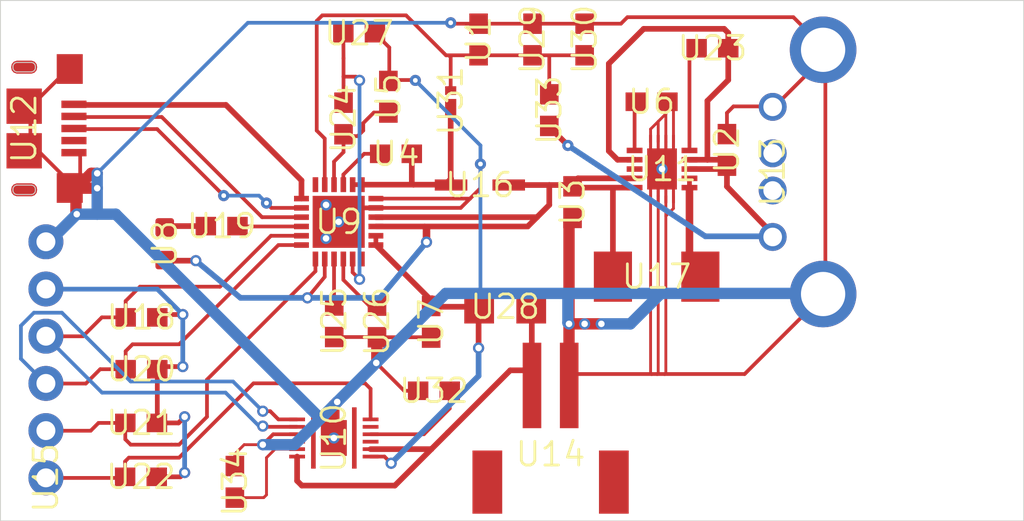
<source format=kicad_pcb>
(kicad_pcb (version 20221018) (generator pcbnew)
  (layers (0 "F.Cu" signal "Top") (31 "B.Cu" signal "Bottom") (34 "B.Paste" user) (35 "F.Paste" user) (36 "B.SilkS" user "B.Silkscreen") (37 "F.SilkS" user "F.Silkscreen") (38 "B.Mask" user) (39 "F.Mask" user) (44 "Edge.Cuts" user))
  (net 0 "")
  (net 1 "GND")
  (net 2 "3.3V")
  (net 3 "5V")
  (net 4 "Net-(IC1-Pad24)")
  (net 5 "Net-(C4-Pad1)")
  (net 6 "/REG")
  (net 7 "Net-(C3-Pad2)")
  (net 8 "Net-(C3-Pad1)")
  (net 9 "/VBAT_MAIN")
  (net 10 "/VBAT_CELL")
  (net 11 "Net-(IC1-Pad12)")
  (net 12 "Net-(IC1-Pad11)")
  (net 13 "Net-(IC1-Pad10)")
  (net 14 "Net-(IC1-Pad9)")
  (net 15 "/CHG_INT")
  (net 16 "/SDA")
  (net 17 "/SCL")
  (net 18 "Net-(IC1-Pad4)")
  (net 19 "Net-(IC1-Pad3)")
  (net 20 "Net-(IC1-Pad2)")
  (net 21 "Net-(IC1-Pad1)")
  (net 22 "/FUEL_INT")
  (net 23 "Net-(IC2-Pad11)")
  (net 24 "Net-(IC2-Pad10)")
  (net 25 "Net-(IC2-Pad9)")
  (net 26 "Net-(IC2-Pad6)")
  (net 27 "Net-(C10-Pad1)")
  (net 28 "Net-(IC2-Pad4)")
  (net 29 "Net-(J1-PadID)")
  (net 30 "Net-(J2-Pad3)")
  (net 31 "Net-(J2-Pad2)")
  (net 32 "Net-(J3-PadNC2)")
  (net 33 "Net-(J3-PadNC1)")
  (net 34 "Net-(D2-PadC)")
  (net 35 "Net-(IC3-Pad8)")
  (net 36 "Net-(C7-Pad1)")
  (net 37 "Net-(IC3-Pad5)")
  (net 38 "Net-(IC3-Pad1)")
  (footprint "batteryCharger:0603" (layer "F.Cu") (at 160.0511 99.0436 90)
    (fp_text reference "U2")
    (fp_text value "")
  )
  (footprint "batteryCharger:0603" (layer "F.Cu") (at 151.7511 101.8536 -90)
    (fp_text reference "U3")
    (fp_text value "")
  )
  (footprint "batteryCharger:0603" (layer "F.Cu") (at 142.2611 99.2536 180)
    (fp_text reference "U4")
    (fp_text value "")
  )
  (footprint "batteryCharger:0603" (layer "F.Cu") (at 141.8511 96.1836 90)
    (fp_text reference "U5")
    (fp_text value "")
  )
  (footprint "batteryCharger:0603" (layer "F.Cu") (at 156.0011 96.4536)
    (fp_text reference "U6")
    (fp_text value "")
  )
  (footprint "batteryCharger:0603" (layer "F.Cu") (at 144.1511 108.2936 -90)
    (fp_text reference "U7")
    (fp_text value "")
  )
  (footprint "batteryCharger:LED-0603" (layer "F.Cu") (at 129.8311 104.0936 90)
    (fp_text reference "U8")
    (fp_text value "")
  )
  (footprint "batteryCharger:QFN50P400X400X100-25N" (layer "F.Cu") (at 139.1811 102.9136)
    (fp_text reference "U9")
    (fp_text value "")
  )
  (footprint "batteryCharger:BQ27441DRZRG1A" (layer "F.Cu") (at 138.9211 114.5436 -90)
    (fp_text reference "U10")
    (fp_text value "")
  )
  (footprint "batteryCharger:SON50P300X300X100-11N" (layer "F.Cu") (at 156.5611 100.0736 180)
    (fp_text reference "U11")
    (fp_text value "")
  )
  (footprint "batteryCharger:10118193-0001LF" (layer "F.Cu") (at 123.5456 97.8916 -90)
    (fp_text reference "U12")
    (fp_text value "")
    (fp_line (start -3.55 1.67) (end -3.55 0.87) (stroke (width 0.05)) (layer "Edge.Cuts"))
    (fp_line (start -3.05 0.87) (end -3.05 1.67) (stroke (width 0.05)) (layer "Edge.Cuts"))
    (fp_line (start 3.05 1.67) (end 3.05 0.87) (stroke (width 0.05)) (layer "Edge.Cuts"))
    (fp_line (start 3.55 0.87) (end 3.55 1.67) (stroke (width 0.05)) (layer "Edge.Cuts"))
    (fp_arc (start -3.55 0.87) (mid -3.466421 0.718223) (end -3.3 0.67) (stroke (width 0.05)) (layer "Edge.Cuts"))
    (fp_arc (start -3.3 0.67) (mid -3.133579 0.718223) (end -3.05 0.87) (stroke (width 0.05)) (layer "Edge.Cuts"))
    (fp_arc (start -3.3 1.87) (mid -3.466421 1.821777) (end -3.55 1.67) (stroke (width 0.05)) (layer "Edge.Cuts"))
    (fp_arc (start -3.05 1.67) (mid -3.133579 1.821777) (end -3.3 1.87) (stroke (width 0.05)) (layer "Edge.Cuts"))
    (fp_arc (start 3.05 0.87) (mid 3.133579 0.718223) (end 3.3 0.67) (stroke (width 0.05)) (layer "Edge.Cuts"))
    (fp_arc (start 3.3 0.67) (mid 3.466421 0.718223) (end 3.55 0.87) (stroke (width 0.05)) (layer "Edge.Cuts"))
    (fp_arc (start 3.3 1.87) (mid 3.133579 1.821777) (end 3.05 1.67) (stroke (width 0.05)) (layer "Edge.Cuts"))
    (fp_arc (start 3.55 1.67) (mid 3.466421 1.821777) (end 3.3 1.87) (stroke (width 0.05)) (layer "Edge.Cuts"))
  )
  (footprint "batteryCharger:UE27AC54100" (layer "F.Cu") (at 168.8592 100.2284 90)
    (fp_text reference "U13")
    (fp_text value "")
  )
  (footprint "batteryCharger:JST-2-SMD" (layer "F.Cu") (at 150.5712 114.1476 180)
    (fp_text reference "U14")
    (fp_text value "")
  )
  (footprint "batteryCharger:1X06" (layer "F.Cu") (at 123.444 110.3376 90)
    (fp_text reference "U15")
    (fp_text value "")
  )
  (footprint "batteryCharger:INDPM3630X200N" (layer "F.Cu") (at 146.7711 100.9336)
    (fp_text reference "U16")
    (fp_text value "")
  )
  (footprint "batteryCharger:INDPM5552X200N" (layer "F.Cu") (at 156.2711 105.8636)
    (fp_text reference "U17")
    (fp_text value "")
  )
  (footprint "batteryCharger:0603" (layer "F.Cu") (at 128.5811 108.0536)
    (fp_text reference "U18")
    (fp_text value "")
  )
  (footprint "batteryCharger:0603" (layer "F.Cu") (at 132.8911 103.1436)
    (fp_text reference "U19")
    (fp_text value "")
  )
  (footprint "batteryCharger:0603" (layer "F.Cu") (at 128.5811 110.8436)
    (fp_text reference "U20")
    (fp_text value "")
  )
  (footprint "batteryCharger:0603" (layer "F.Cu") (at 128.5611 113.7336)
    (fp_text reference "U21")
    (fp_text value "")
  )
  (footprint "batteryCharger:0603" (layer "F.Cu") (at 128.5511 116.6336)
    (fp_text reference "U22")
    (fp_text value "")
  )
  (footprint "batteryCharger:0603" (layer "F.Cu") (at 159.2711 93.5736 180)
    (fp_text reference "U23")
    (fp_text value "")
  )
  (footprint "batteryCharger:0603" (layer "F.Cu") (at 139.4411 97.3536 90)
    (fp_text reference "U24")
    (fp_text value "")
  )
  (footprint "batteryCharger:0603" (layer "F.Cu") (at 138.9411 108.2636 90)
    (fp_text reference "U25")
    (fp_text value "")
  )
  (footprint "batteryCharger:0603" (layer "F.Cu") (at 141.2411 108.2736 90)
    (fp_text reference "U26")
    (fp_text value "")
  )
  (footprint "batteryCharger:0603" (layer "F.Cu") (at 140.2811 92.7636 180)
    (fp_text reference "U27")
    (fp_text value "")
  )
  (footprint "batteryCharger:1206" (layer "F.Cu") (at 148.1311 107.4836)
    (fp_text reference "U28")
    (fp_text value "")
  )
  (footprint "batteryCharger:0603" (layer "F.Cu") (at 146.7011 93.1036 90)
    (fp_text reference "U1")
    (fp_text value "")
  )
  (footprint "batteryCharger:0603" (layer "F.Cu") (at 149.6011 93.1036 90)
    (fp_text reference "U29")
    (fp_text value "")
  )
  (footprint "batteryCharger:0603" (layer "F.Cu") (at 152.4011 93.1036 90)
    (fp_text reference "U30")
    (fp_text value "")
  )
  (footprint "batteryCharger:DSN2_1" (layer "F.Cu") (at 145.2011 96.4036 -90)
    (fp_text reference "U31")
    (fp_text value "")
  )
  (footprint "batteryCharger:0603" (layer "F.Cu") (at 144.3011 112.0036)
    (fp_text reference "U32")
    (fp_text value "")
  )
  (footprint "batteryCharger:0603" (layer "F.Cu") (at 150.5011 96.9036 -90)
    (fp_text reference "U33")
    (fp_text value "")
  )
  (footprint "batteryCharger:0603" (layer "F.Cu") (at 133.6011 116.9036 90)
    (fp_text reference "U34")
    (fp_text value "")
  )
  (gr_line (start 121.0011 119.0036) (end 176.0011 119.0036) (stroke (width 0.05)) (layer "Edge.Cuts"))
  (gr_line (start 176.0011 91.0036) (end 121.0011 91.0036) (stroke (width 0.05)) (layer "Edge.Cuts"))
  (gr_line (start 121.0011 91.0036) (end 121.0011 119.0036) (stroke (width 0.05)) (layer "Edge.Cuts"))
  (gr_line (start 176.0011 119.0036) (end 176.0011 91.0036) (stroke (width 0.05)) (layer "Edge.Cuts"))
  (segment (start 152.4011 108.4036) (end 153.3011 108.4036) (width 0.6096) (layer "F.Cu") (net 1))
  (segment (start 141.2311 110.4736) (end 141.2311 109.1136) (width 0.6096) (layer "F.Cu") (net 1))
  (segment (start 141.1811 101.6636) (end 146.2411 101.6636) (width 0.2) (layer "F.Cu") (net 1))
  (segment (start 135.6611 114.3436) (end 135.1011 114.9036) (width 0.2) (layer "F.Cu") (net 1))
  (segment (start 125.0611 102.4636) (end 125.1011 102.5036) (width 0.6096) (layer "F.Cu") (net 1))
  (segment (start 145.7411 102.1636) (end 146.2411 101.6636) (width 0.2) (layer "F.Cu") (net 1))
  (segment (start 125.0611 101.1236) (end 125.0611 102.4636) (width 0.6096) (layer "F.Cu") (net 1))
  (segment (start 156.7661 98.6186) (end 156.7661 97.1036) (width 0.1524) (layer "F.Cu") (net 1))
  (segment (start 151.5611 102.8936) (end 151.7511 102.7036) (width 0.6096) (layer "F.Cu") (net 1))
  (segment (start 156.7661 96.5386) (end 156.8111 96.4936) (width 0.1524) (layer "F.Cu") (net 1))
  (segment (start 141.2011 110.5036) (end 141.2311 110.4736) (width 0.6096) (layer "F.Cu") (net 1))
  (segment (start 126.2011 100.3036) (end 125.8811 100.3036) (width 0.6096) (layer "F.Cu") (net 1))
  (segment (start 136.9461 114.3436) (end 135.6611 114.3436) (width 0.2) (layer "F.Cu") (net 1))
  (segment (start 139.1011 112.6036) (end 138.9211 112.7836) (width 0.6096) (layer "F.Cu") (net 1))
  (segment (start 151.5611 108.4036) (end 152.4011 108.4036) (width 0.6096) (layer "F.Cu") (net 1))
  (segment (start 125.3011 101.1036) (end 125.1911 100.9936) (width 0.6096) (layer "F.Cu") (net 1))
  (segment (start 156.7661 97.1036) (end 156.7661 96.5386) (width 0.1524) (layer "F.Cu") (net 1))
  (segment (start 126.2011 101.1036) (end 125.3011 101.1036) (width 0.6096) (layer "F.Cu") (net 1))
  (segment (start 151.5611 108.4036) (end 151.5611 109.6036) (width 0.6096) (layer "F.Cu") (net 1))
  (segment (start 146.2411 101.6636) (end 146.8011 101.1036) (width 0.2) (layer "F.Cu") (net 1))
  (segment (start 138.9211 112.7836) (end 138.9211 114.5436) (width 0.6096) (layer "F.Cu") (net 1))
  (segment (start 151.5611 108.4036) (end 151.5611 102.8936) (width 0.6096) (layer "F.Cu") (net 1))
  (segment (start 165.3411 93.6236) (end 165.3411 106.7636) (width 0.2) (layer "F.Cu") (net 1))
  (segment (start 125.8811 100.3036) (end 125.0611 101.1236) (width 0.6096) (layer "F.Cu") (net 1))
  (segment (start 141.1811 102.1636) (end 145.7411 102.1636) (width 0.2) (layer "F.Cu") (net 1))
  (segment (start 122.6111 99.1236) (end 122.6111 96.7236) (width 0.2) (layer "F.Cu") (net 1))
  (segment (start 141.9011 95.2836) (end 141.8511 95.3336) (width 0.2) (layer "F.Cu") (net 1))
  (segment (start 123.0611 99.1236) (end 122.6111 99.1236) (width 0.2) (layer "F.Cu") (net 1))
  (segment (start 141.2311 109.1136) (end 141.2411 109.1236) (width 0.2) (layer "F.Cu") (net 1))
  (segment (start 125.0611 101.1236) (end 125.1911 100.9936) (width 0.2) (layer "F.Cu") (net 1))
  (segment (start 122.6111 96.7236) (end 124.6111 94.7236) (width 0.2) (layer "F.Cu") (net 1))
  (segment (start 124.6111 94.7236) (end 125.0611 94.7236) (width 0.2) (layer "F.Cu") (net 1))
  (segment (start 138.9411 109.1136) (end 141.2311 109.1136) (width 0.2) (layer "F.Cu") (net 1))
  (segment (start 141.2411 109.1236) (end 144.1311 109.1236) (width 0.2) (layer "F.Cu") (net 1))
  (segment (start 151.5611 111.6536) (end 151.5611 111.1036) (width 0.2) (layer "F.Cu") (net 1))
  (segment (start 125.2861 100.8986) (end 125.2861 99.2236) (width 0.2) (layer "F.Cu") (net 1))
  (segment (start 151.5611 109.6036) (end 151.5611 111.1036) (width 0.2) (layer "F.Cu") (net 1))
  (segment (start 144.1311 109.1236) (end 144.1511 109.1436) (width 0.2) (layer "F.Cu") (net 1))
  (segment (start 125.1911 100.9936) (end 125.2861 100.8986) (width 0.2) (layer "F.Cu") (net 1))
  (segment (start 125.0611 101.1236) (end 123.0611 99.1236) (width 0.2) (layer "F.Cu") (net 1))
  (segment (start 156.8111 96.4936) (end 156.8511 96.4536) (width 0.2) (layer "F.Cu") (net 1))
  (segment (start 160.4011 96.7036) (end 162.6211 96.7036) (width 0.2) (layer "F.Cu") (net 1))
  (segment (start 165.3411 93.9836) (end 165.3411 93.6236) (width 0.2) (layer "F.Cu") (net 1))
  (segment (start 156.0011 111.1036) (end 151.5611 111.1036) (width 0.2) (layer "F.Cu") (net 1))
  (segment (start 165.3411 106.7636) (end 161.0011 111.1036) (width 0.2) (layer "F.Cu") (net 1))
  (segment (start 160.0511 97.0536) (end 160.4011 96.7036) (width 0.2) (layer "F.Cu") (net 1))
  (segment (start 160.0511 98.1936) (end 160.0511 97.0536) (width 0.2) (layer "F.Cu") (net 1))
  (segment (start 162.6211 96.7036) (end 162.6311 96.6936) (width 0.2) (layer "F.Cu") (net 1))
  (segment (start 162.6311 96.6936) (end 165.3411 93.9836) (width 0.2) (layer "F.Cu") (net 1))
  (segment (start 156.7011 111.1036) (end 156.3011 111.1036) (width 0.2) (layer "F.Cu") (net 1))
  (segment (start 161.0011 111.1036) (end 156.7011 111.1036) (width 0.2) (layer "F.Cu") (net 1))
  (segment (start 156.3011 111.1036) (end 156.0011 111.1036) (width 0.2) (layer "F.Cu") (net 1))
  (segment (start 156.7661 98.6186) (end 156.7661 99.8646) (width 0.1524) (layer "F.Cu") (net 1))
  (segment (start 163.6211 91.9036) (end 154.7011 91.9036) (width 0.2) (layer "F.Cu") (net 1))
  (segment (start 152.4011 92.2536) (end 149.6011 92.2536) (width 0.2) (layer "F.Cu") (net 1))
  (segment (start 156.3561 111.0486) (end 156.3011 111.1036) (width 0.1524) (layer "F.Cu") (net 1))
  (segment (start 156.7661 111.0386) (end 156.7011 111.1036) (width 0.1524) (layer "F.Cu") (net 1))
  (segment (start 157.1761 98.6186) (end 157.1761 96.7786) (width 0.1524) (layer "F.Cu") (net 1))
  (segment (start 155.9461 97.9236) (end 156.3561 97.5136) (width 0.1524) (layer "F.Cu") (net 1))
  (segment (start 157.1761 102.1936) (end 156.7661 102.6036) (width 0.1524) (layer "F.Cu") (net 1))
  (segment (start 139.1811 102.9136) (end 138.5011 102.2336) (width 0.254) (layer "F.Cu") (net 1))
  (segment (start 143.3011 95.3036) (end 143.2811 95.2836) (width 0.2) (layer "F.Cu") (net 1))
  (segment (start 143.4511 112.0036) (end 142.7011 112.0036) (width 0.2) (layer "F.Cu") (net 1))
  (segment (start 157.1761 96.7786) (end 156.8511 96.4536) (width 0.1524) (layer "F.Cu") (net 1))
  (segment (start 155.9461 101.5236) (end 155.9461 111.0486) (width 0.1524) (layer "F.Cu") (net 1))
  (segment (start 141.1811 102.1636) (end 139.4411 102.1636) (width 0.254) (layer "F.Cu") (net 1))
  (segment (start 142.7011 112.0036) (end 141.2011 110.5036) (width 0.2) (layer "F.Cu") (net 1))
  (segment (start 133.6011 115.4036) (end 134.1011 114.9036) (width 0.1524) (layer "F.Cu") (net 1))
  (segment (start 138.5011 102.2336) (end 138.5011 102.0036) (width 0.254) (layer "F.Cu") (net 1))
  (segment (start 141.1311 92.7636) (end 141.9011 93.5336) (width 0.2) (layer "F.Cu") (net 1))
  (segment (start 155.9461 111.0486) (end 156.0011 111.1036) (width 0.1524) (layer "F.Cu") (net 1))
  (segment (start 156.7661 101.5236) (end 156.7661 102.6036) (width 0.1524) (layer "F.Cu") (net 1))
  (segment (start 133.6011 116.0536) (end 133.6011 115.4036) (width 0.1524) (layer "F.Cu") (net 1))
  (segment (start 134.1011 114.9036) (end 135.1011 114.9036) (width 0.1524) (layer "F.Cu") (net 1))
  (segment (start 155.9461 98.6186) (end 155.9461 97.9236) (width 0.1524) (layer "F.Cu") (net 1))
  (segment (start 139.4411 102.1636) (end 139.1811 102.4236) (width 0.254) (layer "F.Cu") (net 1))
  (segment (start 139.1811 102.9136) (end 139.1811 103.1236) (width 0.254) (layer "F.Cu") (net 1))
  (segment (start 156.3561 101.5236) (end 156.3561 100.2746) (width 0.1524) (layer "F.Cu") (net 1))
  (segment (start 156.7661 102.6036) (end 156.7661 111.0386) (width 0.1524) (layer "F.Cu") (net 1))
  (segment (start 139.1811 103.1236) (end 138.5011 103.8036) (width 0.254) (layer "F.Cu") (net 1))
  (segment (start 156.7661 99.8646) (end 156.5611 100.0696) (width 0.1524) (layer "F.Cu") (net 1))
  (segment (start 156.3561 100.2746) (end 156.5611 100.0696) (width 0.1524) (layer "F.Cu") (net 1))
  (segment (start 146.8011 101.1036) (end 146.8011 99.8036) (width 0.2) (layer "F.Cu") (net 1))
  (segment (start 143.2811 95.2836) (end 141.9011 95.2836) (width 0.2) (layer "F.Cu") (net 1))
  (segment (start 156.3561 97.5136) (end 156.7661 97.1036) (width 0.1524) (layer "F.Cu") (net 1))
  (segment (start 141.9011 93.5336) (end 141.9011 95.2836) (width 0.2) (layer "F.Cu") (net 1))
  (segment (start 165.3411 93.6236) (end 163.6211 91.9036) (width 0.2) (layer "F.Cu") (net 1))
  (segment (start 139.1811 102.4236) (end 139.1811 102.9136) (width 0.254) (layer "F.Cu") (net 1))
  (segment (start 156.3561 101.5236) (end 156.3561 111.0486) (width 0.1524) (layer "F.Cu") (net 1))
  (segment (start 156.3561 98.6186) (end 156.3561 97.5136) (width 0.1524) (layer "F.Cu") (net 1))
  (segment (start 157.1761 101.5236) (end 157.1761 102.1936) (width 0.1524) (layer "F.Cu") (net 1))
  (segment (start 149.6011 92.2536) (end 146.7011 92.2536) (width 0.2) (layer "F.Cu") (net 1))
  (segment (start 146.7011 92.2536) (end 145.2511 92.2536) (width 0.2) (layer "F.Cu") (net 1))
  (segment (start 154.3511 92.2536) (end 152.4011 92.2536) (width 0.2) (layer "F.Cu") (net 1))
  (segment (start 145.2511 92.2536) (end 145.2011 92.2036) (width 0.2) (layer "F.Cu") (net 1))
  (segment (start 154.7011 91.9036) (end 154.3511 92.2536) (width 0.2) (layer "F.Cu") (net 1))
  (via (at 139.1011 112.6036) (size 0.604) (drill 0.35) (layers "F.Cu" "B.Cu") (net 1))
  (via (at 153.3011 108.4036) (size 0.604) (drill 0.35) (layers "F.Cu" "B.Cu") (net 1))
  (via (at 135.1011 114.9036) (size 0.604) (drill 0.35) (layers "F.Cu" "B.Cu") (net 1))
  (via (at 152.4011 108.4036) (size 0.604) (drill 0.35) (layers "F.Cu" "B.Cu") (net 1))
  (via (at 141.2011 110.5036) (size 0.604) (drill 0.35) (layers "F.Cu" "B.Cu") (net 1))
  (via (at 126.2011 101.1036) (size 0.604) (drill 0.35) (layers "F.Cu" "B.Cu") (net 1))
  (via (at 151.5611 108.4036) (size 0.604) (drill 0.35) (layers "F.Cu" "B.Cu") (net 1))
  (via (at 125.1011 102.5036) (size 0.604) (drill 0.35) (layers "F.Cu" "B.Cu") (net 1))
  (via (at 126.2011 100.3036) (size 0.604) (drill 0.35) (layers "F.Cu" "B.Cu") (net 1))
  (via (at 145.2011 92.2036) (size 0.6) (drill 0.254) (layers "F.Cu" "B.Cu") (net 1))
  (via (at 138.5011 102.0036) (size 0.604) (drill 0.35) (layers "F.Cu" "B.Cu") (net 1))
  (via (at 138.5011 103.8036) (size 0.604) (drill 0.35) (layers "F.Cu" "B.Cu") (net 1))
  (via (at 146.8011 99.8036) (size 0.6) (drill 0.254) (layers "F.Cu" "B.Cu") (net 1))
  (via (at 143.3011 95.3036) (size 0.6) (drill 0.254) (layers "F.Cu" "B.Cu") (net 1))
  (via (at 138.9211 114.5436) (size 0.604) (drill 0.35) (layers "F.Cu" "B.Cu") (net 1))
  (via (at 156.5611 100.0696) (size 0.604) (drill 0.35) (layers "F.Cu" "B.Cu") (net 1))
  (via (at 139.1811 102.9136) (size 0.604) (drill 0.35) (layers "F.Cu" "B.Cu") (net 1))
  (segment (start 126.2011 101.1036) (end 126.2011 100.3036) (width 0.6096) (layer "B.Cu") (net 1))
  (segment (start 153.3011 108.4036) (end 154.8611 108.4036) (width 0.6096) (layer "B.Cu") (net 1))
  (segment (start 151.7011 106.7636) (end 146.9011 106.7636) (width 0.6096) (layer "B.Cu") (net 1))
  (segment (start 126.2011 102.5036) (end 126.2011 101.1036) (width 0.6096) (layer "B.Cu") (net 1))
  (segment (start 156.5011 106.7636) (end 151.7011 106.7636) (width 0.6096) (layer "B.Cu") (net 1))
  (segment (start 165.3411 106.7636) (end 156.5011 106.7636) (width 0.6096) (layer "B.Cu") (net 1))
  (segment (start 151.7011 106.7636) (end 151.5011 106.9636) (width 0.6096) (layer "B.Cu") (net 1))
  (segment (start 125.1011 102.5036) (end 123.6111 103.9936) (width 0.6096) (layer "B.Cu") (net 1))
  (segment (start 136.8011 114.9036) (end 138.2011 113.5036) (width 0.6096) (layer "B.Cu") (net 1))
  (segment (start 123.6111 103.9936) (end 123.4311 103.9936) (width 0.6096) (layer "B.Cu") (net 1))
  (segment (start 151.5011 108.3436) (end 151.5611 108.4036) (width 0.6096) (layer "B.Cu") (net 1))
  (segment (start 154.8611 108.4036) (end 156.5011 106.7636) (width 0.6096) (layer "B.Cu") (net 1))
  (segment (start 141.2011 110.5036) (end 139.1011 112.6036) (width 0.6096) (layer "B.Cu") (net 1))
  (segment (start 126.2011 102.5036) (end 127.2011 102.5036) (width 0.6096) (layer "B.Cu") (net 1))
  (segment (start 146.9011 106.7636) (end 144.9411 106.7636) (width 0.6096) (layer "B.Cu") (net 1))
  (segment (start 138.2011 113.5036) (end 139.1011 112.6036) (width 0.6096) (layer "B.Cu") (net 1))
  (segment (start 125.1011 102.5036) (end 126.2011 102.5036) (width 0.6096) (layer "B.Cu") (net 1))
  (segment (start 151.5011 106.9636) (end 151.5011 108.3436) (width 0.6096) (layer "B.Cu") (net 1))
  (segment (start 144.9411 106.7636) (end 141.2011 110.5036) (width 0.6096) (layer "B.Cu") (net 1))
  (segment (start 135.1011 114.9036) (end 136.8011 114.9036) (width 0.6096) (layer "B.Cu") (net 1))
  (segment (start 127.2011 102.5036) (end 138.2011 113.5036) (width 0.6096) (layer "B.Cu") (net 1))
  (segment (start 146.8011 98.8036) (end 143.3011 95.3036) (width 0.2) (layer "B.Cu") (net 1))
  (segment (start 145.2011 92.2036) (end 134.3011 92.2036) (width 0.2) (layer "B.Cu") (net 1))
  (segment (start 134.3011 92.2036) (end 126.2011 100.3036) (width 0.2) (layer "B.Cu") (net 1))
  (segment (start 146.8011 106.6636) (end 146.9011 106.7636) (width 0.2) (layer "B.Cu") (net 1))
  (segment (start 146.8011 99.8036) (end 146.8011 106.6636) (width 0.2) (layer "B.Cu") (net 1))
  (segment (start 146.8011 99.8036) (end 146.8011 98.8036) (width 0.2) (layer "B.Cu") (net 1))
  (segment (start 130.8011 107.9036) (end 129.5811 107.9036) (width 0.254) (layer "F.Cu") (net 2))
  (segment (start 130.9011 116.4036) (end 130.6711 116.6336) (width 0.254) (layer "F.Cu") (net 2))
  (segment (start 129.4311 113.7136) (end 129.4111 113.7336) (width 0.254) (layer "F.Cu") (net 2))
  (segment (start 129.4311 110.8436) (end 129.4311 113.7136) (width 0.254) (layer "F.Cu") (net 2))
  (segment (start 129.4111 113.7336) (end 130.5711 113.7336) (width 0.254) (layer "F.Cu") (net 2))
  (segment (start 130.5711 113.7336) (end 130.9011 113.4036) (width 0.254) (layer "F.Cu") (net 2))
  (segment (start 130.8011 110.7036) (end 129.5711 110.7036) (width 0.254) (layer "F.Cu") (net 2))
  (segment (start 129.5711 110.7036) (end 129.4311 110.8436) (width 0.254) (layer "F.Cu") (net 2))
  (segment (start 130.6711 116.6336) (end 129.4011 116.6336) (width 0.254) (layer "F.Cu") (net 2))
  (segment (start 129.5811 107.9036) (end 129.4311 108.0536) (width 0.254) (layer "F.Cu") (net 2))
  (via (at 130.9011 116.4036) (size 0.604) (drill 0.35) (layers "F.Cu" "B.Cu") (net 2))
  (via (at 130.8011 110.7036) (size 0.604) (drill 0.35) (layers "F.Cu" "B.Cu") (net 2))
  (via (at 130.8011 107.9036) (size 0.604) (drill 0.35) (layers "F.Cu" "B.Cu") (net 2))
  (via (at 130.9011 113.4036) (size 0.604) (drill 0.35) (layers "F.Cu" "B.Cu") (net 2))
  (segment (start 130.8011 107.9036) (end 130.8011 110.7036) (width 0.254) (layer "B.Cu") (net 2))
  (segment (start 129.4311 106.5336) (end 123.4311 106.5336) (width 0.254) (layer "B.Cu") (net 2))
  (segment (start 130.9011 113.4036) (end 130.9011 116.4036) (width 0.254) (layer "B.Cu") (net 2))
  (segment (start 130.8011 107.9036) (end 129.4311 106.5336) (width 0.254) (layer "B.Cu") (net 2))
  (segment (start 155.5741 92.5306) (end 159.9011 92.5306) (width 0.3048) (layer "F.Cu") (net 3))
  (segment (start 160.0511 99.8936) (end 160.0511 101.0136) (width 0.3048) (layer "F.Cu") (net 3))
  (segment (start 159.6311 99.5736) (end 160.0511 99.8936) (width 0.3048) (layer "F.Cu") (net 3))
  (segment (start 151.5011 98.8036) (end 150.5511 97.8536) (width 0.3048) (layer "F.Cu") (net 3))
  (segment (start 159.9011 92.5306) (end 160.1211 92.7506) (width 0.3048) (layer "F.Cu") (net 3))
  (segment (start 160.1211 95.2836) (end 160.1211 93.5736) (width 0.3048) (layer "F.Cu") (net 3))
  (segment (start 150.5511 97.8536) (end 150.5511 97.8036) (width 0.4064) (layer "F.Cu") (net 3))
  (segment (start 159.0011 99.5736) (end 159.6311 99.5736) (width 0.3048) (layer "F.Cu") (net 3))
  (segment (start 159.0011 99.5736) (end 159.0011 96.4036) (width 0.3048) (layer "F.Cu") (net 3))
  (segment (start 159.0011 96.4036) (end 160.1211 95.2836) (width 0.3048) (layer "F.Cu") (net 3))
  (segment (start 159.7711 100.0736) (end 160.0511 99.8936) (width 0.3048) (layer "F.Cu") (net 3))
  (segment (start 153.7011 94.4036) (end 155.5741 92.5306) (width 0.3048) (layer "F.Cu") (net 3))
  (segment (start 155.0861 99.5736) (end 154.1711 99.5736) (width 0.3048) (layer "F.Cu") (net 3))
  (segment (start 160.0511 101.0136) (end 162.6311 103.6936) (width 0.3048) (layer "F.Cu") (net 3))
  (segment (start 154.1711 99.5736) (end 153.7011 99.1036) (width 0.3048) (layer "F.Cu") (net 3))
  (segment (start 153.7011 99.1036) (end 153.7011 94.4036) (width 0.3048) (layer "F.Cu") (net 3))
  (segment (start 158.0361 99.5736) (end 159.0011 99.5736) (width 0.3048) (layer "F.Cu") (net 3))
  (segment (start 160.1211 92.7506) (end 160.1211 93.5736) (width 0.3048) (layer "F.Cu") (net 3))
  (segment (start 150.5511 97.8036) (end 150.5011 97.7536) (width 0.4064) (layer "F.Cu") (net 3))
  (segment (start 158.0361 100.0736) (end 159.7711 100.0736) (width 0.3048) (layer "F.Cu") (net 3))
  (via (at 151.5011 98.8036) (size 0.6) (drill 0.254) (layers "F.Cu" "B.Cu") (net 3))
  (segment (start 158.8911 103.6936) (end 162.6311 103.6936) (width 0.3048) (layer "B.Cu") (net 3))
  (segment (start 151.5011 98.8036) (end 158.8911 103.6936) (width 0.3048) (layer "B.Cu") (net 3))
  (segment (start 150.5011 96.0536) (end 150.5011 93.9536) (width 0.2) (layer "F.Cu") (net 5))
  (segment (start 138.4311 98.4336) (end 138.0011 98.0036) (width 0.2) (layer "F.Cu") (net 5))
  (segment (start 145.2011 95.8536) (end 145.1011 95.7136) (width 0.2) (layer "F.Cu") (net 5))
  (segment (start 146.7011 93.9536) (end 149.6011 93.9536) (width 0.2) (layer "F.Cu") (net 5))
  (segment (start 149.6011 93.9536) (end 150.5011 93.9536) (width 0.2) (layer "F.Cu") (net 5))
  (segment (start 150.5011 93.9536) (end 152.4011 93.9536) (width 0.2) (layer "F.Cu") (net 5))
  (segment (start 138.0011 92.1036) (end 138.3011 91.8036) (width 0.2) (layer "F.Cu") (net 5))
  (segment (start 142.8011 91.8036) (end 144.9511 93.9536) (width 0.2) (layer "F.Cu") (net 5))
  (segment (start 145.1011 93.9536) (end 146.7011 93.9536) (width 0.2) (layer "F.Cu") (net 5))
  (segment (start 145.2011 95.8536) (end 145.2011 94.0536) (width 0.2) (layer "F.Cu") (net 5))
  (segment (start 144.9511 93.9536) (end 145.1011 93.9536) (width 0.2) (layer "F.Cu") (net 5))
  (segment (start 138.0011 98.0036) (end 138.0011 92.1036) (width 0.2) (layer "F.Cu") (net 5))
  (segment (start 138.3011 91.8036) (end 142.8011 91.8036) (width 0.2) (layer "F.Cu") (net 5))
  (segment (start 145.2011 94.0536) (end 145.1011 93.9536) (width 0.2) (layer "F.Cu") (net 5))
  (segment (start 138.4311 100.9136) (end 138.4311 98.4336) (width 0.2) (layer "F.Cu") (net 5))
  (segment (start 139.4411 99.1636) (end 139.4411 98.3036) (width 0.2) (layer "F.Cu") (net 6))
  (segment (start 138.9311 100.9136) (end 138.9311 99.6736) (width 0.2) (layer "F.Cu") (net 6))
  (segment (start 138.9311 99.6736) (end 139.4411 99.1636) (width 0.2) (layer "F.Cu") (net 6))
  (segment (start 140.5011 98.0036) (end 140.2011 98.3036) (width 0.2) (layer "F.Cu") (net 6))
  (segment (start 141.8511 97.0336) (end 141.0711 97.0336) (width 0.2) (layer "F.Cu") (net 6))
  (segment (start 141.0711 97.0336) (end 140.5011 97.6036) (width 0.2) (layer "F.Cu") (net 6))
  (segment (start 140.5011 97.6036) (end 140.5011 98.0036) (width 0.2) (layer "F.Cu") (net 6))
  (segment (start 140.2011 98.3036) (end 139.4411 98.3036) (width 0.2) (layer "F.Cu") (net 6))
  (segment (start 139.4411 98.3036) (end 139.4411 98.2036) (width 0.2) (layer "F.Cu") (net 6))
  (segment (start 139.4311 100.9136) (end 139.4311 100.3736) (width 0.2) (layer "F.Cu") (net 7))
  (segment (start 139.4311 100.3736) (end 140.5511 99.2536) (width 0.2) (layer "F.Cu") (net 7))
  (segment (start 140.5511 99.2536) (end 141.4111 99.2536) (width 0.2) (layer "F.Cu") (net 7))
  (segment (start 140.4311 100.9136) (end 143.2011 100.9136) (width 0.3048) (layer "F.Cu") (net 8))
  (segment (start 144.9011 100.9136) (end 145.2011 100.9136) (width 0.4064) (layer "F.Cu") (net 8))
  (segment (start 140.4311 100.9136) (end 139.9311 100.9136) (width 0.254) (layer "F.Cu") (net 8))
  (segment (start 143.1111 99.2536) (end 143.1111 100.8236) (width 0.3048) (layer "F.Cu") (net 8))
  (segment (start 145.2011 100.9136) (end 145.2211 100.9336) (width 0.4064) (layer "F.Cu") (net 8))
  (segment (start 145.2261 100.5886) (end 144.9011 100.9136) (width 0.3048) (layer "F.Cu") (net 8))
  (segment (start 145.2011 96.7786) (end 145.2011 100.9136) (width 0.3048) (layer "F.Cu") (net 8))
  (segment (start 143.2011 100.9136) (end 144.9011 100.9136) (width 0.3048) (layer "F.Cu") (net 8))
  (segment (start 143.1111 100.8236) (end 143.2011 100.9136) (width 0.3048) (layer "F.Cu") (net 8))
  (segment (start 143.9011 104.0036) (end 143.9011 103.2636) (width 0.4064) (layer "F.Cu") (net 9))
  (segment (start 153.9211 101.1536) (end 154.0011 101.0736) (width 0.3048) (layer "F.Cu") (net 9))
  (segment (start 131.5011 105.0036) (end 129.8641 105.0036) (width 0.3048) (layer "F.Cu") (net 9))
  (segment (start 143.9011 103.2636) (end 143.8011 103.1636) (width 0.2) (layer "F.Cu") (net 9))
  (segment (start 129.8641 105.0036) (end 129.8311 104.9706) (width 0.2) (layer "F.Cu") (net 9))
  (segment (start 153.9211 105.8636) (end 153.9211 101.1536) (width 0.3048) (layer "F.Cu") (net 9))
  (segment (start 138.4311 104.9136) (end 138.4311 105.8736) (width 0.2) (layer "F.Cu") (net 9))
  (segment (start 138.4311 105.8736) (end 137.5011 107.0036) (width 0.2) (layer "F.Cu") (net 9))
  (segment (start 148.3211 100.9336) (end 150.5011 100.9336) (width 0.3048) (layer "F.Cu") (net 9))
  (segment (start 150.5011 100.9336) (end 151.6811 100.9336) (width 0.3048) (layer "F.Cu") (net 9))
  (segment (start 155.0861 101.0736) (end 154.0011 101.0736) (width 0.3048) (layer "F.Cu") (net 9))
  (segment (start 151.6811 100.9336) (end 151.7511 101.0036) (width 0.4064) (layer "F.Cu") (net 9))
  (segment (start 151.8211 101.0736) (end 151.7511 101.0036) (width 0.4064) (layer "F.Cu") (net 9))
  (segment (start 141.1811 102.6636) (end 149.8411 102.6636) (width 0.3048) (layer "F.Cu") (net 9))
  (segment (start 153.9011 101.0736) (end 151.8211 101.0736) (width 0.3048) (layer "F.Cu") (net 9))
  (segment (start 154.0011 101.0736) (end 153.9011 101.0736) (width 0.3048) (layer "F.Cu") (net 9))
  (segment (start 155.0861 100.5736) (end 152.0411 100.5736) (width 0.3048) (layer "F.Cu") (net 9))
  (segment (start 149.8411 102.6636) (end 150.5011 102.0036) (width 0.3048) (layer "F.Cu") (net 9))
  (segment (start 152.0411 100.5736) (end 151.6811 100.9336) (width 0.3048) (layer "F.Cu") (net 9))
  (segment (start 150.5011 102.0036) (end 150.5011 100.9336) (width 0.3048) (layer "F.Cu") (net 9))
  (segment (start 141.1811 103.1636) (end 143.8011 103.1636) (width 0.3048) (layer "F.Cu") (net 9))
  (segment (start 143.8011 103.1636) (end 149.3411 103.1636) (width 0.3048) (layer "F.Cu") (net 9))
  (segment (start 149.3411 103.1636) (end 149.8411 102.6636) (width 0.3048) (layer "F.Cu") (net 9))
  (segment (start 153.9211 101.0936) (end 153.9011 101.0736) (width 0.3048) (layer "F.Cu") (net 9))
  (via (at 137.5011 107.0036) (size 0.604) (drill 0.35) (layers "F.Cu" "B.Cu") (net 9))
  (via (at 143.9011 104.0036) (size 0.604) (drill 0.35) (layers "F.Cu" "B.Cu") (net 9))
  (via (at 131.5011 105.0036) (size 0.604) (drill 0.35) (layers "F.Cu" "B.Cu") (net 9))
  (segment (start 137.5011 107.0036) (end 141.4011 107.0036) (width 0.3048) (layer "B.Cu") (net 9))
  (segment (start 137.5011 107.0036) (end 133.9011 107.0036) (width 0.3048) (layer "B.Cu") (net 9))
  (segment (start 141.4011 107.0036) (end 143.9011 104.0036) (width 0.3048) (layer "B.Cu") (net 9))
  (segment (start 133.9011 107.0036) (end 131.5011 105.0036) (width 0.3048) (layer "B.Cu") (net 9))
  (segment (start 144.1911 107.4836) (end 144.1511 107.4436) (width 0.8128) (layer "F.Cu") (net 10))
  (segment (start 146.7311 107.4836) (end 144.1911 107.4836) (width 0.3048) (layer "F.Cu") (net 10))
  (segment (start 140.8961 115.5436) (end 141.6411 115.5436) (width 0.2) (layer "F.Cu") (net 10))
  (segment (start 141.6411 115.5436) (end 142.0011 115.9036) (width 0.2) (layer "F.Cu") (net 10))
  (segment (start 141.1811 104.1636) (end 144.1911 107.1736) (width 0.3048) (layer "F.Cu") (net 10))
  (segment (start 144.1911 107.1736) (end 144.1911 107.4836) (width 0.6096) (layer "F.Cu") (net 10))
  (segment (start 146.7011 107.5136) (end 146.7311 107.4836) (width 0.2) (layer "F.Cu") (net 10))
  (segment (start 146.7011 109.7036) (end 146.7011 107.5136) (width 0.3048) (layer "F.Cu") (net 10))
  (segment (start 141.1811 104.1636) (end 141.1811 103.6636) (width 0.254) (layer "F.Cu") (net 10))
  (via (at 142.0011 115.9036) (size 0.604) (drill 0.35) (layers "F.Cu" "B.Cu") (net 10))
  (via (at 146.7011 109.7036) (size 0.604) (drill 0.35) (layers "F.Cu" "B.Cu") (net 10))
  (segment (start 146.7011 111.2036) (end 146.7011 109.7036) (width 0.3048) (layer "B.Cu") (net 10))
  (segment (start 142.0011 115.9036) (end 146.7011 111.2036) (width 0.3048) (layer "B.Cu") (net 10))
  (segment (start 140.1011 95.1036) (end 139.4411 95.1036) (width 0.2) (layer "F.Cu") (net 12))
  (segment (start 139.4411 96.5036) (end 139.4411 95.1036) (width 0.2) (layer "F.Cu") (net 12))
  (segment (start 139.4411 95.1036) (end 139.4411 94.1136) (width 0.2) (layer "F.Cu") (net 12))
  (segment (start 139.9311 105.6336) (end 140.3011 106.0036) (width 0.2) (layer "F.Cu") (net 12))
  (segment (start 139.4411 94.1136) (end 139.4311 92.7636) (width 0.2) (layer "F.Cu") (net 12))
  (segment (start 140.3011 95.3036) (end 140.1011 95.1036) (width 0.2) (layer "F.Cu") (net 12))
  (segment (start 139.9311 104.9136) (end 139.9311 105.6336) (width 0.2) (layer "F.Cu") (net 12))
  (via (at 140.3011 95.3036) (size 0.604) (drill 0.35) (layers "F.Cu" "B.Cu") (net 12))
  (via (at 140.3011 106.0036) (size 0.604) (drill 0.35) (layers "F.Cu" "B.Cu") (net 12))
  (segment (start 140.3011 106.0036) (end 140.3011 95.3036) (width 0.2) (layer "B.Cu") (net 12))
  (segment (start 140.8211 107.4236) (end 141.2411 107.4236) (width 0.2) (layer "F.Cu") (net 13))
  (segment (start 139.4311 104.9136) (end 139.4311 106.0336) (width 0.2) (layer "F.Cu") (net 13))
  (segment (start 139.4311 106.0336) (end 140.8211 107.4236) (width 0.2) (layer "F.Cu") (net 13))
  (segment (start 138.9311 104.9136) (end 138.9311 107.4036) (width 0.2) (layer "F.Cu") (net 14))
  (segment (start 138.9311 107.4036) (end 138.9411 107.4136) (width 0.2) (layer "F.Cu") (net 14))
  (segment (start 132.1011 111.4036) (end 132.1011 113.4036) (width 0.2) (layer "F.Cu") (net 15))
  (segment (start 137.9311 105.5736) (end 132.1011 111.4036) (width 0.2) (layer "F.Cu") (net 15))
  (segment (start 128.0011 114.9036) (end 130.2011 114.9036) (width 0.2) (layer "F.Cu") (net 15))
  (segment (start 137.9311 104.9136) (end 137.9311 105.5736) (width 0.2) (layer "F.Cu") (net 15))
  (segment (start 127.7111 113.7336) (end 126.2711 113.7336) (width 0.2) (layer "F.Cu") (net 15))
  (segment (start 126.2711 113.7336) (end 125.8511 114.1536) (width 0.2) (layer "F.Cu") (net 15))
  (segment (start 130.2011 114.9036) (end 130.4011 114.9036) (width 0.2) (layer "F.Cu") (net 15))
  (segment (start 125.8511 114.1536) (end 123.4311 114.1536) (width 0.2) (layer "F.Cu") (net 15))
  (segment (start 127.7111 113.7336) (end 127.7111 114.6136) (width 0.2) (layer "F.Cu") (net 15))
  (segment (start 127.7111 114.6136) (end 128.0011 114.9036) (width 0.2) (layer "F.Cu") (net 15))
  (segment (start 132.1011 113.4036) (end 130.6011 114.9036) (width 0.2) (layer "F.Cu") (net 15))
  (segment (start 130.6011 114.9036) (end 130.4011 114.9036) (width 0.2) (layer "F.Cu") (net 15))
  (segment (start 127.7311 109.8736) (end 128.1011 109.5036) (width 0.2) (layer "F.Cu") (net 16))
  (segment (start 135.5011 113.1036) (end 135.9411 113.5436) (width 0.2) (layer "F.Cu") (net 16))
  (segment (start 128.1011 109.5036) (end 130.6011 109.5036) (width 0.2) (layer "F.Cu") (net 16))
  (segment (start 127.7311 110.8436) (end 127.7311 109.8736) (width 0.2) (layer "F.Cu") (net 16))
  (segment (start 135.1011 113.1036) (end 135.5011 113.1036) (width 0.2) (layer "F.Cu") (net 16))
  (segment (start 135.9411 113.5436) (end 136.9461 113.5436) (width 0.2) (layer "F.Cu") (net 16))
  (segment (start 126.3611 110.8436) (end 127.7311 110.8436) (width 0.2) (layer "F.Cu") (net 16))
  (segment (start 135.9411 104.1636) (end 137.1811 104.1636) (width 0.2) (layer "F.Cu") (net 16))
  (segment (start 130.6011 109.5036) (end 135.9411 104.1636) (width 0.2) (layer "F.Cu") (net 16))
  (segment (start 123.4311 111.6136) (end 125.5911 111.6136) (width 0.2) (layer "F.Cu") (net 16))
  (segment (start 125.5911 111.6136) (end 126.3611 110.8436) (width 0.2) (layer "F.Cu") (net 16))
  (via (at 135.1011 113.1036) (size 0.604) (drill 0.35) (layers "F.Cu" "B.Cu") (net 16))
  (segment (start 122.1011 110.2836) (end 122.1011 108.5036) (width 0.2) (layer "B.Cu") (net 16))
  (segment (start 128.0011 111.5036) (end 133.5011 111.5036) (width 0.2) (layer "B.Cu") (net 16))
  (segment (start 124.3011 107.8036) (end 128.0011 111.5036) (width 0.2) (layer "B.Cu") (net 16))
  (segment (start 133.5011 111.5036) (end 135.1011 113.1036) (width 0.2) (layer "B.Cu") (net 16))
  (segment (start 122.1011 108.5036) (end 122.8011 107.8036) (width 0.2) (layer "B.Cu") (net 16))
  (segment (start 122.8011 107.8036) (end 124.3011 107.8036) (width 0.2) (layer "B.Cu") (net 16))
  (segment (start 123.4311 111.6136) (end 122.1011 110.2836) (width 0.2) (layer "B.Cu") (net 16))
  (segment (start 137.1811 103.6636) (end 135.5411 103.6636) (width 0.2) (layer "F.Cu") (net 17))
  (segment (start 135.5411 103.6636) (end 132.8011 106.4036) (width 0.2) (layer "F.Cu") (net 17))
  (segment (start 132.8011 106.4036) (end 128.5011 106.4036) (width 0.2) (layer "F.Cu") (net 17))
  (segment (start 127.7311 107.1736) (end 127.7311 108.0536) (width 0.2) (layer "F.Cu") (net 17))
  (segment (start 128.5011 106.4036) (end 127.7311 107.1736) (width 0.2) (layer "F.Cu") (net 17))
  (segment (start 123.4311 109.0736) (end 125.4311 109.0736) (width 0.2) (layer "F.Cu") (net 17))
  (segment (start 125.4311 109.0736) (end 126.4511 108.0536) (width 0.2) (layer "F.Cu") (net 17))
  (segment (start 135.1011 113.9036) (end 135.1411 113.9436) (width 0.2) (layer "F.Cu") (net 17))
  (segment (start 135.1411 113.9436) (end 136.9461 113.9436) (width 0.2) (layer "F.Cu") (net 17))
  (segment (start 126.4511 108.0536) (end 127.7311 108.0536) (width 0.2) (layer "F.Cu") (net 17))
  (via (at 135.1011 113.9036) (size 0.604) (drill 0.35) (layers "F.Cu" "B.Cu") (net 17))
  (segment (start 123.4311 109.0736) (end 126.4611 112.1036) (width 0.2) (layer "B.Cu") (net 17))
  (segment (start 126.4611 112.1036) (end 133.1011 112.1036) (width 0.2) (layer "B.Cu") (net 17))
  (segment (start 134.9011 113.9036) (end 135.1011 113.9036) (width 0.2) (layer "B.Cu") (net 17))
  (segment (start 133.1011 112.1036) (end 134.9011 113.9036) (width 0.2) (layer "B.Cu") (net 17))
  (segment (start 137.1811 103.1636) (end 133.7611 103.1636) (width 0.2) (layer "F.Cu") (net 18))
  (segment (start 133.7611 103.1636) (end 133.7411 103.1436) (width 0.2) (layer "F.Cu") (net 18))
  (segment (start 125.2861 97.2736) (end 129.6711 97.2736) (width 0.2) (layer "F.Cu") (net 19))
  (segment (start 129.6711 97.2736) (end 135.0611 102.6636) (width 0.2) (layer "F.Cu") (net 19))
  (segment (start 135.0611 102.6636) (end 137.1811 102.6636) (width 0.2) (layer "F.Cu") (net 19))
  (segment (start 135.3011 101.9036) (end 135.5611 102.1636) (width 0.2) (layer "F.Cu") (net 20))
  (segment (start 129.4211 97.9236) (end 133.0011 101.5036) (width 0.2) (layer "F.Cu") (net 20))
  (segment (start 125.2861 97.9236) (end 129.4211 97.9236) (width 0.2) (layer "F.Cu") (net 20))
  (segment (start 135.5611 102.1636) (end 137.1811 102.1636) (width 0.2) (layer "F.Cu") (net 20))
  (via (at 135.3011 101.9036) (size 0.6) (drill 0.254) (layers "F.Cu" "B.Cu") (net 20))
  (via (at 133.0011 101.5036) (size 0.6) (drill 0.254) (layers "F.Cu" "B.Cu") (net 20))
  (segment (start 134.9011 101.5036) (end 135.3011 101.9036) (width 0.2) (layer "B.Cu") (net 20))
  (segment (start 133.0011 101.5036) (end 134.9011 101.5036) (width 0.2) (layer "B.Cu") (net 20))
  (segment (start 137.1811 101.6636) (end 137.1811 100.6836) (width 0.3048) (layer "F.Cu") (net 21))
  (segment (start 125.2861 96.6236) (end 133.1211 96.6236) (width 0.3048) (layer "F.Cu") (net 21))
  (segment (start 133.1211 96.6236) (end 137.1811 100.6836) (width 0.3048) (layer "F.Cu") (net 21))
  (segment (start 127.5411 116.6936) (end 127.7011 116.6336) (width 0.2) (layer "F.Cu") (net 22))
  (segment (start 140.8961 111.8986) (end 140.6011 111.6036) (width 0.2) (layer "F.Cu") (net 22))
  (segment (start 140.6011 111.6036) (end 134.6011 111.6036) (width 0.2) (layer "F.Cu") (net 22))
  (segment (start 134.6011 111.6036) (end 130.6011 115.6036) (width 0.2) (layer "F.Cu") (net 22))
  (segment (start 127.7011 115.8036) (end 127.7011 116.6336) (width 0.2) (layer "F.Cu") (net 22))
  (segment (start 123.4311 116.6936) (end 127.5411 116.6936) (width 0.2) (layer "F.Cu") (net 22))
  (segment (start 130.6011 115.6036) (end 127.9011 115.6036) (width 0.2) (layer "F.Cu") (net 22))
  (segment (start 127.9011 115.6036) (end 127.7011 115.8036) (width 0.2) (layer "F.Cu") (net 22))
  (segment (start 140.8961 113.5436) (end 140.8961 111.8986) (width 0.2) (layer "F.Cu") (net 22))
  (segment (start 140.8961 114.3436) (end 143.7611 114.3436) (width 0.2) (layer "F.Cu") (net 24))
  (segment (start 145.1511 112.9536) (end 145.1511 112.0036) (width 0.2) (layer "F.Cu") (net 24))
  (segment (start 143.7611 114.3436) (end 145.1511 112.9536) (width 0.2) (layer "F.Cu") (net 24))
  (segment (start 149.5611 111.6536) (end 149.5611 110.9036) (width 0.8128) (layer "F.Cu") (net 26))
  (segment (start 149.5611 110.9036) (end 149.5611 107.5136) (width 0.3048) (layer "F.Cu") (net 26))
  (segment (start 149.5611 107.5136) (end 149.5311 107.4836) (width 0.8128) (layer "F.Cu") (net 26))
  (segment (start 136.9461 115.5436) (end 136.9461 116.8486) (width 0.3048) (layer "F.Cu") (net 26))
  (segment (start 136.9461 116.8486) (end 137.2011 117.1036) (width 0.3048) (layer "F.Cu") (net 26))
  (segment (start 140.8961 115.1436) (end 144.1611 115.1436) (width 0.3048) (layer "F.Cu") (net 26))
  (segment (start 148.4011 110.9036) (end 149.5611 110.9036) (width 0.3048) (layer "F.Cu") (net 26))
  (segment (start 145.0511 114.2536) (end 148.4011 110.9036) (width 0.3048) (layer "F.Cu") (net 26))
  (segment (start 142.2011 117.1036) (end 144.1611 115.1436) (width 0.3048) (layer "F.Cu") (net 26))
  (segment (start 137.2011 117.1036) (end 142.2011 117.1036) (width 0.3048) (layer "F.Cu") (net 26))
  (segment (start 144.1611 115.1436) (end 145.0511 114.2536) (width 0.3048) (layer "F.Cu") (net 26))
  (segment (start 135.1511 117.7536) (end 133.6011 117.7536) (width 0.1524) (layer "F.Cu") (net 27))
  (segment (start 135.3011 117.6036) (end 135.1511 117.7536) (width 0.1524) (layer "F.Cu") (net 27))
  (segment (start 136.9461 115.1436) (end 135.7611 115.1436) (width 0.1524) (layer "F.Cu") (net 27))
  (segment (start 135.3011 115.6036) (end 135.3011 117.6036) (width 0.1524) (layer "F.Cu") (net 27))
  (segment (start 135.7611 115.1436) (end 135.3011 115.6036) (width 0.1524) (layer "F.Cu") (net 27))
  (segment (start 129.9041 103.1436) (end 129.8311 103.2166) (width 0.2) (layer "F.Cu") (net 34))
  (segment (start 132.0411 103.1436) (end 129.9041 103.1436) (width 0.3048) (layer "F.Cu") (net 34))
  (segment (start 155.0861 99.0736) (end 155.0861 96.5186) (width 0.2) (layer "F.Cu") (net 36))
  (segment (start 155.0861 96.5186) (end 155.1511 96.4536) (width 0.2) (layer "F.Cu") (net 36))
  (segment (start 158.4211 93.5736) (end 158.0361 93.9586) (width 0.2) (layer "F.Cu") (net 37))
  (segment (start 158.0361 93.9586) (end 158.0361 99.0736) (width 0.2) (layer "F.Cu") (net 37))
  (segment (start 158.0361 105.2786) (end 158.0361 101.0736) (width 0.4064) (layer "F.Cu") (net 38))
  (segment (start 158.6211 105.8636) (end 158.0361 105.2786) (width 0.4064) (layer "F.Cu") (net 38))
  (segment (start 158.0361 101.0736) (end 158.0361 100.5736) (width 0.254) (layer "F.Cu") (net 38))
)
</source>
